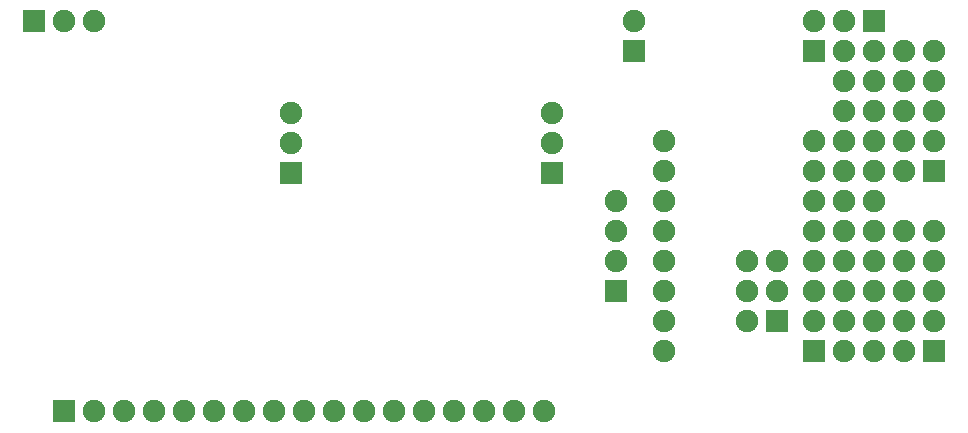
<source format=gbs>
G04 DipTrace 2.4.0.2*
%INBottomMask.gbr*%
%MOIN*%
%ADD62C,0.0749*%
%ADD64R,0.0749X0.0749*%
%FSLAX44Y44*%
G04*
G70*
G90*
G75*
G01*
%LNBotMask*%
%LPD*%
D64*
X36940Y17940D3*
D62*
X35940D3*
X36940Y16940D3*
X35940D3*
X36940Y15940D3*
X35940D3*
X36940Y14940D3*
X35940D3*
X36940Y13940D3*
X35940D3*
X36940Y12940D3*
X35940D3*
X36940Y11940D3*
X35940D3*
X36940Y10940D3*
X35940D3*
X36940Y9940D3*
X35940D3*
X36940Y8940D3*
X35940D3*
X36940Y7940D3*
X35940D3*
X36940Y6940D3*
X35940D3*
D64*
X33690Y7940D3*
D62*
X32690D3*
X33690Y8940D3*
X32690D3*
X33690Y9940D3*
X32690D3*
D64*
X38940Y6940D3*
D62*
X37940D3*
X38940Y7940D3*
X37940D3*
X38940Y8940D3*
X37940D3*
X38940Y9940D3*
X37940D3*
X38940Y10940D3*
X37940D3*
D64*
X38940Y12940D3*
D62*
X37940D3*
X38940Y13940D3*
X37940D3*
X38940Y14940D3*
X37940D3*
X38940Y15940D3*
X37940D3*
X38940Y16940D3*
X37940D3*
D64*
X8940Y17940D3*
D62*
X9940D3*
X10940D3*
D64*
X17504Y12878D3*
D62*
Y13878D3*
Y14878D3*
D64*
X26192Y12879D3*
D62*
Y13879D3*
Y14879D3*
D64*
X34940Y16940D3*
D62*
Y17940D3*
D64*
X28940Y16940D3*
D62*
Y17940D3*
D64*
X28318Y8941D3*
D62*
Y9941D3*
Y10941D3*
Y11941D3*
D64*
X9940Y4940D3*
D62*
X10940D3*
X11940D3*
X12940D3*
X13940D3*
X14940D3*
X15940D3*
X16940D3*
X17940D3*
X18940D3*
X19940D3*
X20940D3*
X21940D3*
X22940D3*
X23940D3*
X24940D3*
X25940D3*
D64*
X34940Y6940D3*
D62*
Y7940D3*
Y8940D3*
Y9940D3*
Y10940D3*
Y11940D3*
Y12940D3*
Y13940D3*
X29940Y6940D3*
Y7940D3*
Y8940D3*
Y9940D3*
Y10940D3*
Y11940D3*
Y12940D3*
Y13940D3*
M02*

</source>
